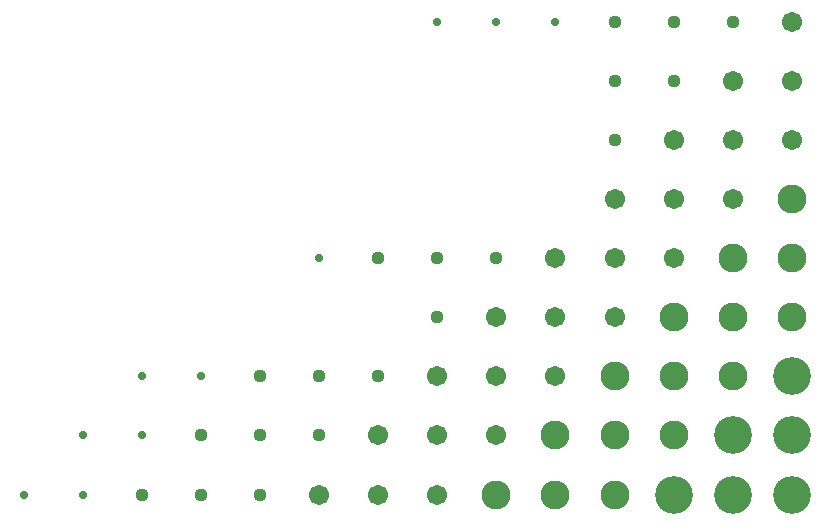
<source format=gts>
G75*
%MOIN*%
%OFA0B0*%
%FSLAX25Y25*%
%IPPOS*%
%LPD*%
%AMOC8*
5,1,8,0,0,1.08239X$1,22.5*
%
%ADD10C,0.12611*%
%ADD11C,0.09658*%
%ADD12C,0.06706*%
%ADD13C,0.04369*%
%ADD14C,0.02794*%
D10*
X0276610Y0020705D03*
X0296295Y0020705D03*
X0315980Y0020705D03*
X0315980Y0040390D03*
X0296295Y0040390D03*
X0315980Y0060075D03*
D11*
X0296295Y0060075D03*
X0276610Y0060075D03*
X0256925Y0060075D03*
X0256925Y0040390D03*
X0237240Y0040390D03*
X0237240Y0020705D03*
X0217555Y0020705D03*
X0256925Y0020705D03*
X0276610Y0040390D03*
X0276610Y0079760D03*
X0296295Y0079760D03*
X0315980Y0079760D03*
X0315980Y0099445D03*
X0296295Y0099445D03*
X0315980Y0119130D03*
D12*
X0296295Y0119130D03*
X0276610Y0119130D03*
X0256925Y0119130D03*
X0256925Y0099445D03*
X0237240Y0099445D03*
X0237240Y0079760D03*
X0217555Y0079760D03*
X0217555Y0060075D03*
X0197870Y0060075D03*
X0197870Y0040390D03*
X0178185Y0040390D03*
X0178185Y0020705D03*
X0158500Y0020705D03*
X0197870Y0020705D03*
X0217555Y0040390D03*
X0237240Y0060075D03*
X0256925Y0079760D03*
X0276610Y0099445D03*
X0276610Y0138815D03*
X0296295Y0138815D03*
X0315980Y0138815D03*
X0315980Y0158500D03*
X0296295Y0158500D03*
X0315980Y0178185D03*
D13*
X0296295Y0178185D03*
X0276610Y0178185D03*
X0256925Y0178185D03*
X0256925Y0158500D03*
X0276610Y0158500D03*
X0256925Y0138815D03*
X0217555Y0099445D03*
X0197870Y0099445D03*
X0178185Y0099445D03*
X0197870Y0079760D03*
X0178185Y0060075D03*
X0158500Y0060075D03*
X0138815Y0060075D03*
X0138815Y0040390D03*
X0158500Y0040390D03*
X0138815Y0020705D03*
X0119130Y0020705D03*
X0099445Y0020705D03*
X0119130Y0040390D03*
D14*
X0060075Y0020705D03*
X0079760Y0020705D03*
X0079760Y0040390D03*
X0099445Y0040390D03*
X0099445Y0060075D03*
X0119130Y0060075D03*
X0158500Y0099445D03*
X0197870Y0178185D03*
X0217555Y0178185D03*
X0237240Y0178185D03*
M02*

</source>
